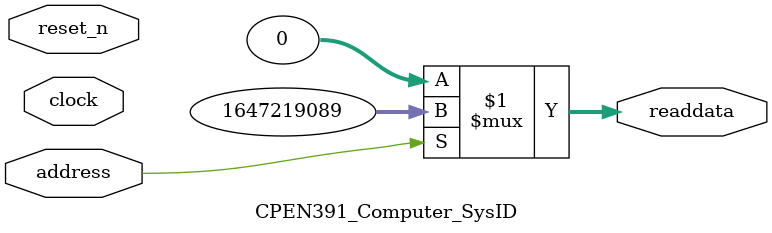
<source format=v>



// synthesis translate_off
`timescale 1ns / 1ps
// synthesis translate_on

// turn off superfluous verilog processor warnings 
// altera message_level Level1 
// altera message_off 10034 10035 10036 10037 10230 10240 10030 

module CPEN391_Computer_SysID (
               // inputs:
                address,
                clock,
                reset_n,

               // outputs:
                readdata
             )
;

  output  [ 31: 0] readdata;
  input            address;
  input            clock;
  input            reset_n;

  wire    [ 31: 0] readdata;
  //control_slave, which is an e_avalon_slave
  assign readdata = address ? 1647219089 : 0;

endmodule



</source>
